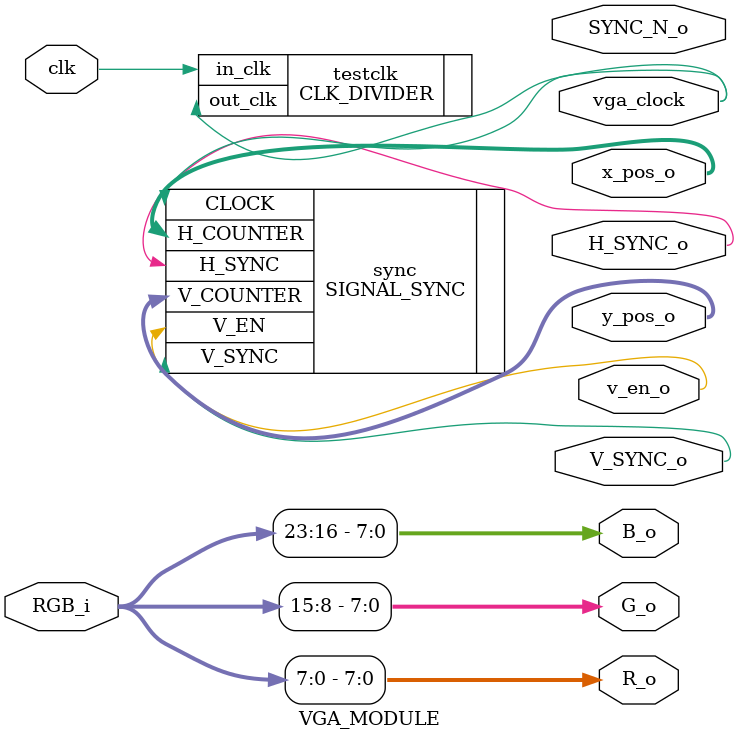
<source format=sv>
module VGA_MODULE(clk,vga_clock, v_en_o,RGB_i, R_o, G_o ,B_o,SYNC_N_o, V_SYNC_o, H_SYNC_o,x_pos_o,y_pos_o);
	input logic clk;
	input logic [23:0] RGB_i;
	output logic vga_clock, v_en_o, V_SYNC_o, H_SYNC_o,SYNC_N_o;
	output logic [7:0] R_o,G_o,B_o;
	output logic [31:0] x_pos_o,y_pos_o;
//	logic sq_a, sq_b, sq_c, sq_d;
	assign B_o= RGB_i[23:16];
	assign G_o= RGB_i[15:8];
	assign R_o= RGB_i[7:0];
	
	CLK_DIVIDER testclk (.in_clk(clk), .out_clk(vga_clock));
	SIGNAL_SYNC sync (.CLOCK(vga_clock),.V_EN(v_en_o), .H_COUNTER(x_pos_o), .V_COUNTER(y_pos_o),
							.V_SYNC(V_SYNC_o), .H_SYNC(H_SYNC_o) );
	
	//	GameDrawer(.clk(clk), .x_i(x), .y_i(y),.board_status_i(board_status_i),.cursor_pos_i(cursor_pos_i),.current_screen_i(current_screen_i),.R_o(R),.G_o(G),.B_o(B));



	

	
endmodule 
</source>
